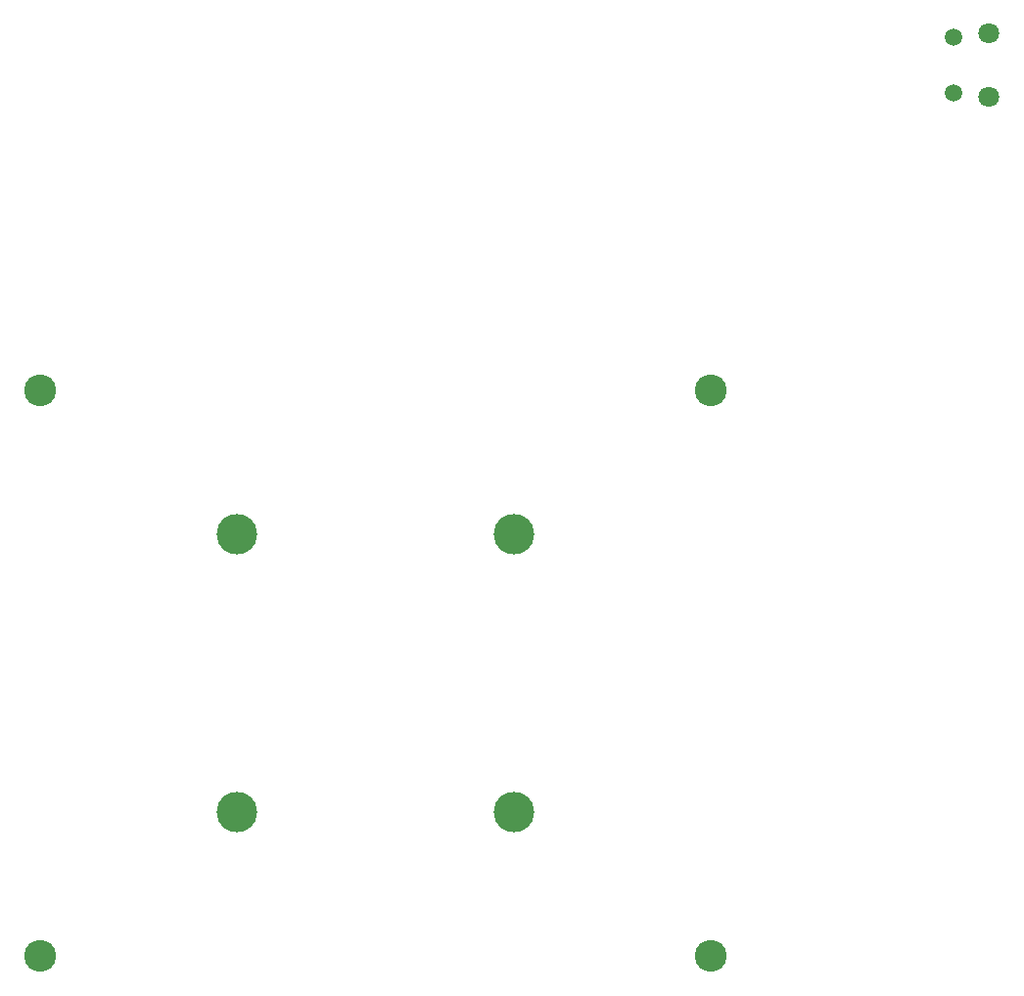
<source format=gbr>
%TF.GenerationSoftware,KiCad,Pcbnew,6.0.5+dfsg-1~bpo11+1*%
%TF.CreationDate,2022-06-23T19:20:11+00:00*%
%TF.ProjectId,OpenMowerMainboard,4f70656e-4d6f-4776-9572-4d61696e626f,rev?*%
%TF.SameCoordinates,Original*%
%TF.FileFunction,NonPlated,1,2,NPTH,Drill*%
%TF.FilePolarity,Positive*%
%FSLAX46Y46*%
G04 Gerber Fmt 4.6, Leading zero omitted, Abs format (unit mm)*
G04 Created by KiCad (PCBNEW 6.0.5+dfsg-1~bpo11+1) date 2022-06-23 19:20:11*
%MOMM*%
%LPD*%
G01*
G04 APERTURE LIST*
%TA.AperFunction,ComponentDrill*%
%ADD10C,1.500000*%
%TD*%
%TA.AperFunction,ComponentDrill*%
%ADD11C,1.800000*%
%TD*%
%TA.AperFunction,ComponentDrill*%
%ADD12C,2.750000*%
%TD*%
%TA.AperFunction,ComponentDrill*%
%ADD13C,3.500000*%
%TD*%
G04 APERTURE END LIST*
D10*
%TO.C,U11*%
X194115000Y-94140000D03*
X194115000Y-98990000D03*
D11*
X197145000Y-93840000D03*
X197145000Y-99290000D03*
D12*
%TO.C,MH3*%
X115100000Y-124700000D03*
%TO.C,MH2*%
X115100000Y-173700000D03*
%TO.C,MH4*%
X173100000Y-124700000D03*
%TO.C,MH1*%
X173100000Y-173700000D03*
D13*
%TO.C,MH7*%
X132100000Y-137200000D03*
%TO.C,MH6*%
X132100000Y-161200000D03*
%TO.C,MH8*%
X156100000Y-137200000D03*
%TO.C,MH5*%
X156100000Y-161200000D03*
M02*

</source>
